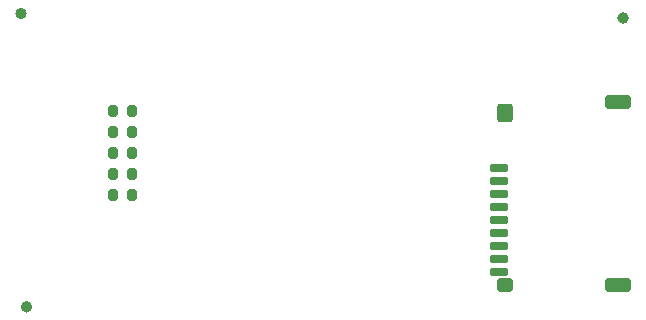
<source format=gbr>
%TF.GenerationSoftware,KiCad,Pcbnew,(6.0.5-0)*%
%TF.CreationDate,2022-10-09T22:43:55+09:00*%
%TF.ProjectId,qLAMP-lcd,714c414d-502d-46c6-9364-2e6b69636164,rev?*%
%TF.SameCoordinates,Original*%
%TF.FileFunction,Paste,Top*%
%TF.FilePolarity,Positive*%
%FSLAX46Y46*%
G04 Gerber Fmt 4.6, Leading zero omitted, Abs format (unit mm)*
G04 Created by KiCad (PCBNEW (6.0.5-0)) date 2022-10-09 22:43:55*
%MOMM*%
%LPD*%
G01*
G04 APERTURE LIST*
G04 Aperture macros list*
%AMRoundRect*
0 Rectangle with rounded corners*
0 $1 Rounding radius*
0 $2 $3 $4 $5 $6 $7 $8 $9 X,Y pos of 4 corners*
0 Add a 4 corners polygon primitive as box body*
4,1,4,$2,$3,$4,$5,$6,$7,$8,$9,$2,$3,0*
0 Add four circle primitives for the rounded corners*
1,1,$1+$1,$2,$3*
1,1,$1+$1,$4,$5*
1,1,$1+$1,$6,$7*
1,1,$1+$1,$8,$9*
0 Add four rect primitives between the rounded corners*
20,1,$1+$1,$2,$3,$4,$5,0*
20,1,$1+$1,$4,$5,$6,$7,0*
20,1,$1+$1,$6,$7,$8,$9,0*
20,1,$1+$1,$8,$9,$2,$3,0*%
G04 Aperture macros list end*
%ADD10C,0.475000*%
%ADD11RoundRect,0.200000X0.200000X0.275000X-0.200000X0.275000X-0.200000X-0.275000X0.200000X-0.275000X0*%
%ADD12RoundRect,0.175000X0.625000X-0.175000X0.625000X0.175000X-0.625000X0.175000X-0.625000X-0.175000X0*%
%ADD13RoundRect,0.298000X0.402000X-0.298000X0.402000X0.298000X-0.402000X0.298000X-0.402000X-0.298000X0*%
%ADD14RoundRect,0.300000X0.800000X-0.300000X0.800000X0.300000X-0.800000X0.300000X-0.800000X-0.300000X0*%
%ADD15RoundRect,0.350000X0.350000X-0.450000X0.350000X0.450000X-0.350000X0.450000X-0.350000X-0.450000X0*%
%ADD16RoundRect,0.200000X-0.200000X-0.275000X0.200000X-0.275000X0.200000X0.275000X-0.200000X0.275000X0*%
G04 APERTURE END LIST*
D10*
X138622500Y-90410000D02*
G75*
G03*
X138622500Y-90410000I-237500J0D01*
G01*
X139087500Y-115240000D02*
G75*
G03*
X139087500Y-115240000I-237500J0D01*
G01*
X189597500Y-90790000D02*
G75*
G03*
X189597500Y-90790000I-237500J0D01*
G01*
D11*
%TO.C,R7*%
X147814200Y-100460635D03*
X146164200Y-100460635D03*
%TD*%
D12*
%TO.C,J4*%
X178850000Y-103460000D03*
X178850000Y-104560000D03*
X178850000Y-105660000D03*
X178850000Y-106760000D03*
X178850000Y-107860000D03*
X178850000Y-108960000D03*
X178850000Y-110060000D03*
X178850000Y-111160000D03*
X178850000Y-112260000D03*
D13*
X179350000Y-113410000D03*
D14*
X188950000Y-97910000D03*
D15*
X179350000Y-98810000D03*
D14*
X188950000Y-113410000D03*
%TD*%
D16*
%TO.C,R11*%
X146164200Y-105794635D03*
X147814200Y-105794635D03*
%TD*%
D11*
%TO.C,R5*%
X147814200Y-98682635D03*
X146164200Y-98682635D03*
%TD*%
D16*
%TO.C,R9*%
X146164200Y-102238635D03*
X147814200Y-102238635D03*
%TD*%
%TO.C,R10*%
X146164200Y-104016635D03*
X147814200Y-104016635D03*
%TD*%
M02*

</source>
